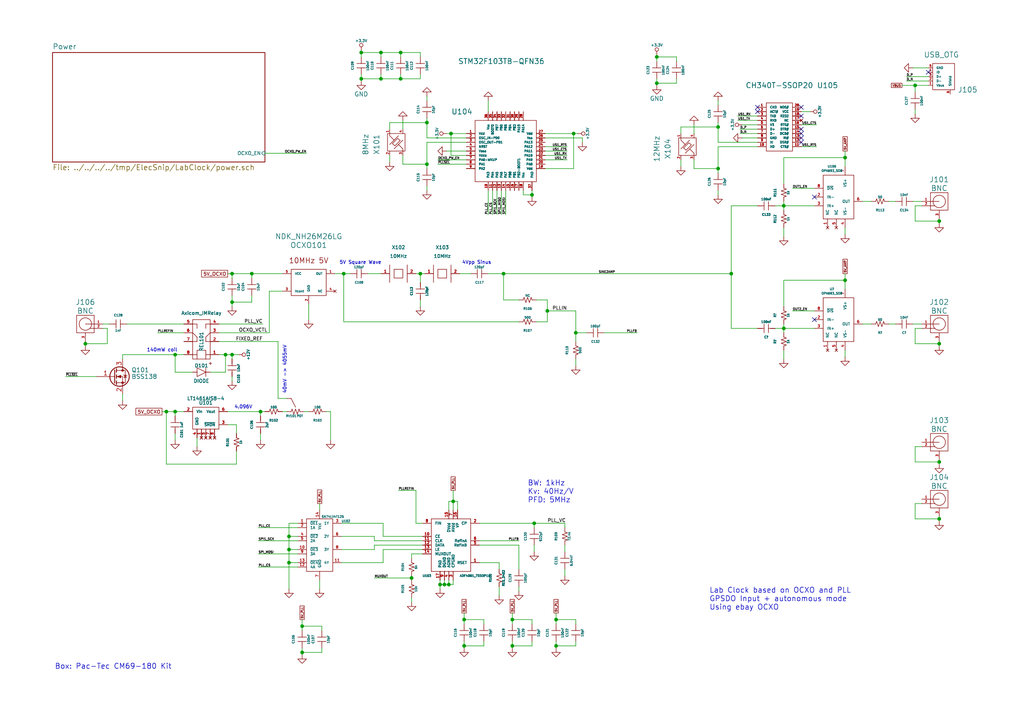
<source format=kicad_sch>
(kicad_sch (version 20230121) (generator eeschema)
  (paper "A4")
  (junction (at 83.82 159.385))
  (junction (at 154.305 56.515))
  (junction (at 161.29 179.705))
  (junction (at 73.025 79.375))
  (junction (at 148.59 187.325))
  (junction (at 50.8 102.87))
  (junction (at 67.31 87.63))
  (junction (at 104.775 15.24))
  (junction (at 272.415 150.495))
  (junction (at 130.175 169.545))
  (junction (at 123.825 47.625))
  (junction (at 24.765 99.695))
  (junction (at 83.82 163.195))
  (junction (at 245.11 81.28))
  (junction (at 50.8 119.38))
  (junction (at 116.205 15.24))
  (junction (at 190.5 16.51))
  (junction (at 48.26 119.38))
  (junction (at 161.29 187.325))
  (junction (at 119.38 167.64))
  (junction (at 166.37 38.735))
  (junction (at 167.005 96.52))
  (junction (at 158.75 90.17))
  (junction (at 110.49 15.24))
  (junction (at 272.415 64.135))
  (junction (at 134.62 179.705))
  (junction (at 116.205 22.86))
  (junction (at 134.62 187.325))
  (junction (at 65.405 102.87))
  (junction (at 99.695 79.375))
  (junction (at 272.415 99.695))
  (junction (at 123.825 35.56))
  (junction (at 265.43 24.765))
  (junction (at 110.49 22.86))
  (junction (at 245.11 45.72))
  (junction (at 190.5 24.13))
  (junction (at 104.775 22.86))
  (junction (at 154.94 151.765))
  (junction (at 83.82 155.575))
  (junction (at 67.31 102.87))
  (junction (at 208.28 48.895))
  (junction (at 131.445 145.415))
  (junction (at 212.09 79.375))
  (junction (at 272.415 133.985))
  (junction (at 127.635 169.545))
  (junction (at 227.33 59.69))
  (junction (at 67.31 79.375))
  (junction (at 121.92 79.375))
  (junction (at 87.63 189.23))
  (junction (at 148.59 179.705))
  (junction (at 208.28 36.83))
  (junction (at 227.33 95.25))
  (junction (at 146.05 79.375))
  (junction (at 87.63 181.61))
  (junction (at 130.81 38.735))
  (junction (at 75.565 119.38))
  (junction (at 128.905 169.545))
  (no_connect (at 232.41 38.735))
  (no_connect (at 232.41 33.655))
  (no_connect (at 269.24 20.955))
  (no_connect (at 236.22 57.15))
  (no_connect (at 232.41 37.465))
  (no_connect (at 219.71 31.115))
  (no_connect (at 232.41 40.005))
  (no_connect (at 232.41 31.115))
  (no_connect (at 219.71 32.385))
  (no_connect (at 232.41 41.275))
  (no_connect (at 236.22 92.71))
  (wire (pts (xy 208.28 35.56) (xy 208.28 36.83)))
  (wire (pts (xy 78.105 84.455) (xy 78.105 96.52)))
  (wire (pts (xy 104.775 21.59) (xy 104.775 22.86)))
  (wire (pts (xy 116.84 47.625) (xy 116.84 45.085)))
  (wire (pts (xy 272.415 63.5) (xy 272.415 64.135)))
  (wire (pts (xy 50.8 119.38) (xy 53.34 119.38)))
  (wire (pts (xy 265.43 150.495) (xy 272.415 150.495)))
  (wire (pts (xy 113.03 37.465) (xy 113.03 35.56)))
  (wire (pts (xy 150.495 158.115) (xy 150.495 165.1)))
  (wire (pts (xy 141.605 79.375) (xy 146.05 79.375)))
  (wire (pts (xy 158.115 48.895) (xy 166.37 48.895)))
  (wire (pts (xy 161.29 179.705) (xy 161.29 180.975)))
  (wire (pts (xy 158.115 40.005) (xy 168.91 40.005)))
  (wire (pts (xy 50.8 102.87) (xy 35.56 102.87)))
  (wire (pts (xy 111.125 159.385) (xy 122.555 159.385)))
  (wire (pts (xy 111.125 163.195) (xy 111.125 159.385)))
  (wire (pts (xy 269.24 22.225) (xy 262.89 22.225)))
  (wire (pts (xy 144.78 170.18) (xy 144.78 172.72)))
  (wire (pts (xy 227.33 81.28) (xy 245.11 81.28)))
  (wire (pts (xy 135.255 43.815) (xy 129.54 43.815)))
  (wire (pts (xy 151.765 55.245) (xy 151.765 56.515)))
  (wire (pts (xy 92.71 146.05) (xy 92.71 147.955)))
  (wire (pts (xy 123.825 47.625) (xy 116.84 47.625)))
  (wire (pts (xy 108.585 155.575) (xy 108.585 156.845)))
  (wire (pts (xy 167.005 104.14) (xy 167.005 106.045)))
  (wire (pts (xy 83.82 163.195) (xy 83.82 170.815)))
  (wire (pts (xy 219.71 34.925) (xy 213.995 34.925)))
  (wire (pts (xy 272.415 149.86) (xy 272.415 150.495)))
  (wire (pts (xy 145.415 55.245) (xy 145.415 62.23)))
  (wire (pts (xy 245.11 101.6) (xy 245.11 103.505)))
  (wire (pts (xy 146.05 79.375) (xy 146.05 86.995)))
  (wire (pts (xy 212.09 59.69) (xy 212.09 79.375)))
  (wire (pts (xy 140.335 180.975) (xy 140.335 179.705)))
  (wire (pts (xy 146.05 79.375) (xy 212.09 79.375)))
  (wire (pts (xy 111.125 155.575) (xy 122.555 155.575)))
  (wire (pts (xy 142.875 55.245) (xy 142.875 62.23)))
  (wire (pts (xy 99.06 159.385) (xy 108.585 159.385)))
  (wire (pts (xy 123.825 27.94) (xy 123.825 29.21)))
  (wire (pts (xy 83.185 115.57) (xy 80.645 115.57)))
  (wire (pts (xy 123.825 34.29) (xy 123.825 35.56)))
  (wire (pts (xy 75.565 125.73) (xy 75.565 127.635)))
  (wire (pts (xy 119.38 173.355) (xy 119.38 174.625)))
  (wire (pts (xy 154.305 55.245) (xy 154.305 56.515)))
  (wire (pts (xy 55.88 107.95) (xy 50.8 107.95)))
  (wire (pts (xy 53.34 102.87) (xy 50.8 102.87)))
  (wire (pts (xy 265.43 33.02) (xy 265.43 31.75)))
  (wire (pts (xy 269.24 23.495) (xy 262.89 23.495)))
  (wire (pts (xy 108.585 158.115) (xy 122.555 158.115)))
  (wire (pts (xy 219.71 37.465) (xy 214.63 37.465)))
  (wire (pts (xy 130.81 45.085) (xy 130.81 38.735)))
  (wire (pts (xy 50.8 120.65) (xy 50.8 119.38)))
  (wire (pts (xy 123.825 35.56) (xy 123.825 40.005)))
  (wire (pts (xy 167.005 90.17) (xy 167.005 96.52)))
  (wire (pts (xy 104.775 15.24) (xy 110.49 15.24)))
  (wire (pts (xy 208.28 55.245) (xy 208.28 56.515)))
  (wire (pts (xy 99.06 163.195) (xy 111.125 163.195)))
  (wire (pts (xy 86.36 151.765) (xy 83.82 151.765)))
  (wire (pts (xy 121.92 21.59) (xy 121.92 22.86)))
  (wire (pts (xy 99.06 151.765) (xy 111.125 151.765)))
  (wire (pts (xy 245.11 81.28) (xy 245.11 83.82)))
  (wire (pts (xy 108.585 156.845) (xy 122.555 156.845)))
  (wire (pts (xy 201.295 38.735) (xy 201.295 36.195)))
  (wire (pts (xy 166.37 48.895) (xy 166.37 38.735)))
  (wire (pts (xy 69.215 102.87) (xy 67.31 102.87)))
  (wire (pts (xy 121.92 86.995) (xy 121.92 88.9)))
  (wire (pts (xy 106.68 79.375) (xy 110.49 79.375)))
  (wire (pts (xy 131.445 145.415) (xy 132.715 145.415)))
  (wire (pts (xy 236.22 90.17) (xy 229.87 90.17)))
  (wire (pts (xy 75.565 119.38) (xy 76.835 119.38)))
  (wire (pts (xy 116.84 37.465) (xy 116.84 34.925)))
  (wire (pts (xy 29.845 95.25) (xy 31.115 95.25)))
  (wire (pts (xy 86.36 159.385) (xy 83.82 159.385)))
  (wire (pts (xy 161.29 177.8) (xy 161.29 179.705)))
  (wire (pts (xy 146.05 86.995) (xy 150.495 86.995)))
  (wire (pts (xy 163.83 151.765) (xy 163.83 153.035)))
  (wire (pts (xy 136.525 79.375) (xy 133.35 79.375)))
  (wire (pts (xy 167.005 96.52) (xy 167.005 99.06)))
  (wire (pts (xy 227.33 59.69) (xy 236.22 59.69)))
  (wire (pts (xy 78.105 96.52) (xy 63.5 96.52)))
  (wire (pts (xy 122.555 151.765) (xy 120.65 151.765)))
  (wire (pts (xy 267.335 146.05) (xy 265.43 146.05)))
  (wire (pts (xy 227.33 58.42) (xy 227.33 59.69)))
  (wire (pts (xy 86.36 156.845) (xy 74.93 156.845)))
  (wire (pts (xy 141.605 55.245) (xy 141.605 62.23)))
  (wire (pts (xy 167.64 38.735) (xy 166.37 38.735)))
  (wire (pts (xy 234.95 32.385) (xy 232.41 32.385)))
  (wire (pts (xy 130.175 169.545) (xy 131.445 169.545)))
  (wire (pts (xy 65.405 102.87) (xy 63.5 102.87)))
  (wire (pts (xy 134.62 177.8) (xy 134.62 179.705)))
  (wire (pts (xy 120.65 79.375) (xy 121.92 79.375)))
  (wire (pts (xy 123.825 41.275) (xy 123.825 47.625)))
  (wire (pts (xy 227.33 88.9) (xy 227.33 81.28)))
  (wire (pts (xy 86.36 164.465) (xy 74.93 164.465)))
  (wire (pts (xy 87.63 181.61) (xy 87.63 182.88)))
  (wire (pts (xy 245.11 79.375) (xy 245.11 81.28)))
  (wire (pts (xy 87.63 179.705) (xy 87.63 181.61)))
  (wire (pts (xy 127.635 170.815) (xy 127.635 169.545)))
  (wire (pts (xy 227.33 45.72) (xy 245.11 45.72)))
  (wire (pts (xy 67.31 104.14) (xy 67.31 102.87)))
  (wire (pts (xy 36.83 93.98) (xy 53.34 93.98)))
  (wire (pts (xy 154.94 158.115) (xy 154.94 160.02)))
  (wire (pts (xy 190.5 22.86) (xy 190.5 24.13)))
  (wire (pts (xy 236.22 54.61) (xy 229.87 54.61)))
  (wire (pts (xy 140.335 186.055) (xy 140.335 187.325)))
  (wire (pts (xy 110.49 15.24) (xy 116.205 15.24)))
  (wire (pts (xy 190.5 16.51) (xy 190.5 17.78)))
  (wire (pts (xy 31.115 99.695) (xy 24.765 99.695)))
  (wire (pts (xy 201.295 48.895) (xy 201.295 46.355)))
  (wire (pts (xy 158.75 90.17) (xy 167.005 90.17)))
  (wire (pts (xy 144.78 163.195) (xy 144.78 165.1)))
  (wire (pts (xy 67.31 102.87) (xy 65.405 102.87)))
  (wire (pts (xy 140.335 187.325) (xy 134.62 187.325)))
  (wire (pts (xy 130.81 38.735) (xy 129.54 38.735)))
  (wire (pts (xy 196.215 22.86) (xy 196.215 24.13)))
  (wire (pts (xy 197.485 36.83) (xy 208.28 36.83)))
  (wire (pts (xy 86.36 153.035) (xy 74.93 153.035)))
  (wire (pts (xy 139.065 151.765) (xy 154.94 151.765)))
  (wire (pts (xy 261.62 24.765) (xy 265.43 24.765)))
  (wire (pts (xy 130.175 168.275) (xy 130.175 169.545)))
  (wire (pts (xy 170.18 96.52) (xy 167.005 96.52)))
  (wire (pts (xy 104.775 15.24) (xy 104.775 16.51)))
  (wire (pts (xy 245.11 45.72) (xy 245.11 48.26)))
  (wire (pts (xy 154.305 187.325) (xy 148.59 187.325)))
  (wire (pts (xy 65.405 107.95) (xy 65.405 102.87)))
  (wire (pts (xy 135.255 47.625) (xy 127 47.625)))
  (wire (pts (xy 120.65 151.765) (xy 120.65 142.24)))
  (wire (pts (xy 155.575 86.995) (xy 158.75 86.995)))
  (wire (pts (xy 227.33 53.34) (xy 227.33 45.72)))
  (wire (pts (xy 272.415 133.35) (xy 272.415 133.985)))
  (wire (pts (xy 24.765 99.695) (xy 24.765 100.33)))
  (wire (pts (xy 257.81 58.42) (xy 259.715 58.42)))
  (wire (pts (xy 130.175 147.955) (xy 130.175 145.415)))
  (wire (pts (xy 139.065 163.195) (xy 144.78 163.195)))
  (wire (pts (xy 63.5 93.98) (xy 76.2 93.98)))
  (wire (pts (xy 113.03 35.56) (xy 123.825 35.56)))
  (wire (pts (xy 208.28 36.83) (xy 208.28 41.275)))
  (wire (pts (xy 104.775 14.605) (xy 104.775 15.24)))
  (wire (pts (xy 66.04 119.38) (xy 75.565 119.38)))
  (wire (pts (xy 121.92 81.915) (xy 121.92 79.375)))
  (wire (pts (xy 154.94 151.765) (xy 163.83 151.765)))
  (wire (pts (xy 219.71 42.545) (xy 208.28 42.545)))
  (wire (pts (xy 219.71 38.735) (xy 214.63 38.735)))
  (wire (pts (xy 158.75 93.345) (xy 155.575 93.345)))
  (wire (pts (xy 227.33 95.25) (xy 236.22 95.25)))
  (wire (pts (xy 134.62 179.705) (xy 134.62 180.975)))
  (wire (pts (xy 48.26 119.38) (xy 50.8 119.38)))
  (wire (pts (xy 24.765 99.06) (xy 24.765 99.695)))
  (wire (pts (xy 140.335 179.705) (xy 134.62 179.705)))
  (wire (pts (xy 166.37 38.735) (xy 158.115 38.735)))
  (wire (pts (xy 227.33 93.98) (xy 227.33 95.25)))
  (wire (pts (xy 245.11 66.04) (xy 245.11 67.945)))
  (wire (pts (xy 267.335 59.69) (xy 265.43 59.69)))
  (wire (pts (xy 196.215 16.51) (xy 190.5 16.51)))
  (wire (pts (xy 265.43 95.25) (xy 265.43 99.695)))
  (wire (pts (xy 99.695 79.375) (xy 99.695 93.345)))
  (wire (pts (xy 93.345 182.88) (xy 93.345 181.61)))
  (wire (pts (xy 94.615 119.38) (xy 95.885 119.38)))
  (wire (pts (xy 245.11 43.815) (xy 245.11 45.72)))
  (wire (pts (xy 68.58 134.62) (xy 68.58 130.81)))
  (wire (pts (xy 154.305 180.975) (xy 154.305 179.705)))
  (wire (pts (xy 87.63 187.96) (xy 87.63 189.23)))
  (wire (pts (xy 208.28 41.275) (xy 219.71 41.275)))
  (wire (pts (xy 208.28 48.895) (xy 208.28 50.165)))
  (wire (pts (xy 158.75 90.17) (xy 158.75 93.345)))
  (wire (pts (xy 154.305 56.515) (xy 154.305 57.15)))
  (wire (pts (xy 67.31 87.63) (xy 73.025 87.63)))
  (wire (pts (xy 127.635 169.545) (xy 128.905 169.545)))
  (wire (pts (xy 111.125 151.765) (xy 111.125 155.575)))
  (wire (pts (xy 87.63 189.23) (xy 87.63 189.865)))
  (wire (pts (xy 86.36 160.655) (xy 74.93 160.655)))
  (wire (pts (xy 154.94 151.765) (xy 154.94 153.035)))
  (wire (pts (xy 66.04 79.375) (xy 67.31 79.375)))
  (wire (pts (xy 73.025 80.645) (xy 73.025 79.375)))
  (wire (pts (xy 116.205 21.59) (xy 116.205 22.86)))
  (wire (pts (xy 83.82 151.765) (xy 83.82 155.575)))
  (wire (pts (xy 196.215 17.78) (xy 196.215 16.51)))
  (wire (pts (xy 232.41 36.195) (xy 236.855 36.195)))
  (wire (pts (xy 219.71 33.655) (xy 213.995 33.655)))
  (wire (pts (xy 150.495 171.45) (xy 150.495 170.18)))
  (wire (pts (xy 265.43 99.695) (xy 272.415 99.695)))
  (wire (pts (xy 88.265 119.38) (xy 89.535 119.38)))
  (wire (pts (xy 99.695 93.345) (xy 150.495 93.345)))
  (wire (pts (xy 135.255 46.355) (xy 127 46.355)))
  (wire (pts (xy 67.31 80.645) (xy 67.31 79.375)))
  (wire (pts (xy 50.8 125.73) (xy 50.8 127.635)))
  (wire (pts (xy 67.31 87.63) (xy 67.31 88.9)))
  (wire (pts (xy 93.345 181.61) (xy 87.63 181.61)))
  (wire (pts (xy 265.43 64.135) (xy 272.415 64.135)))
  (wire (pts (xy 175.26 96.52) (xy 184.785 96.52)))
  (wire (pts (xy 135.255 41.275) (xy 123.825 41.275)))
  (wire (pts (xy 108.585 159.385) (xy 108.585 158.115)))
  (wire (pts (xy 232.41 42.545) (xy 236.855 42.545)))
  (wire (pts (xy 212.09 79.375) (xy 212.09 95.25)))
  (wire (pts (xy 104.775 22.86) (xy 104.775 23.495)))
  (wire (pts (xy 167.005 186.055) (xy 167.005 187.325)))
  (wire (pts (xy 35.56 114.3) (xy 35.56 116.205)))
  (wire (pts (xy 146.685 55.245) (xy 146.685 62.23)))
  (wire (pts (xy 163.83 158.115) (xy 163.83 160.02)))
  (wire (pts (xy 116.205 22.86) (xy 110.49 22.86)))
  (wire (pts (xy 123.825 40.005) (xy 135.255 40.005)))
  (wire (pts (xy 120.65 142.24) (xy 115.57 142.24)))
  (wire (pts (xy 167.005 179.705) (xy 161.29 179.705)))
  (wire (pts (xy 131.445 145.415) (xy 131.445 147.955)))
  (wire (pts (xy 267.335 129.54) (xy 265.43 129.54)))
  (wire (pts (xy 68.58 123.19) (xy 68.58 125.73)))
  (wire (pts (xy 154.305 186.055) (xy 154.305 187.325)))
  (wire (pts (xy 141.605 29.21) (xy 141.605 32.385)))
  (wire (pts (xy 92.71 168.275) (xy 92.71 170.815)))
  (wire (pts (xy 267.335 95.25) (xy 265.43 95.25)))
  (wire (pts (xy 110.49 21.59) (xy 110.49 22.86)))
  (wire (pts (xy 95.885 119.38) (xy 95.885 127.635)))
  (wire (pts (xy 154.305 179.705) (xy 148.59 179.705)))
  (wire (pts (xy 148.59 186.055) (xy 148.59 187.325)))
  (wire (pts (xy 132.715 145.415) (xy 132.715 147.955)))
  (wire (pts (xy 264.795 58.42) (xy 267.335 58.42)))
  (wire (pts (xy 167.005 187.325) (xy 161.29 187.325)))
  (wire (pts (xy 272.415 133.985) (xy 272.415 134.62)))
  (wire (pts (xy 224.79 59.69) (xy 227.33 59.69)))
  (wire (pts (xy 161.29 187.325) (xy 161.29 187.96)))
  (wire (pts (xy 93.345 187.96) (xy 93.345 189.23)))
  (wire (pts (xy 148.59 187.325) (xy 148.59 187.96)))
  (wire (pts (xy 116.205 16.51) (xy 116.205 15.24)))
  (wire (pts (xy 208.28 48.895) (xy 201.295 48.895)))
  (wire (pts (xy 208.28 29.21) (xy 208.28 30.48)))
  (wire (pts (xy 110.49 16.51) (xy 110.49 15.24)))
  (wire (pts (xy 67.31 79.375) (xy 73.025 79.375)))
  (wire (pts (xy 80.645 115.57) (xy 80.645 99.06)))
  (wire (pts (xy 208.28 42.545) (xy 208.28 48.895)))
  (wire (pts (xy 75.565 119.38) (xy 75.565 120.65)))
  (wire (pts (xy 227.33 101.6) (xy 227.33 104.14)))
  (wire (pts (xy 267.335 93.98) (xy 264.795 93.98)))
  (wire (pts (xy 53.34 96.52) (xy 45.72 96.52)))
  (wire (pts (xy 190.5 15.875) (xy 190.5 16.51)))
  (wire (pts (xy 148.59 179.705) (xy 148.59 180.975)))
  (wire (pts (xy 86.36 155.575) (xy 83.82 155.575)))
  (wire (pts (xy 148.59 177.8) (xy 148.59 179.705)))
  (wire (pts (xy 27.94 109.22) (xy 19.05 109.22)))
  (wire (pts (xy 121.92 79.375) (xy 123.19 79.375)))
  (wire (pts (xy 46.99 119.38) (xy 48.26 119.38)))
  (wire (pts (xy 135.255 45.085) (xy 130.81 45.085)))
  (wire (pts (xy 227.33 95.25) (xy 227.33 96.52)))
  (wire (pts (xy 219.71 36.195) (xy 215.265 36.195)))
  (wire (pts (xy 128.905 168.275) (xy 128.905 169.545)))
  (wire (pts (xy 212.09 95.25) (xy 219.71 95.25)))
  (wire (pts (xy 121.92 22.86) (xy 116.205 22.86)))
  (wire (pts (xy 128.905 169.545) (xy 130.175 169.545)))
  (wire (pts (xy 83.82 155.575) (xy 83.82 159.385)))
  (wire (pts (xy 93.345 189.23) (xy 87.63 189.23)))
  (wire (pts (xy 99.695 79.375) (xy 97.155 79.375)))
  (wire (pts (xy 272.415 99.06) (xy 272.415 99.695)))
  (wire (pts (xy 139.065 158.115) (xy 150.495 158.115)))
  (wire (pts (xy 227.33 66.04) (xy 227.33 68.58)))
  (wire (pts (xy 196.215 24.13) (xy 190.5 24.13)))
  (wire (pts (xy 127.635 169.545) (xy 127.635 168.275)))
  (wire (pts (xy 272.415 99.695) (xy 272.415 100.33)))
  (wire (pts (xy 81.915 84.455) (xy 78.105 84.455)))
  (wire (pts (xy 250.19 58.42) (xy 252.73 58.42)))
  (wire (pts (xy 50.8 107.95) (xy 50.8 102.87)))
  (wire (pts (xy 116.205 15.24) (xy 121.92 15.24)))
  (wire (pts (xy 272.415 64.135) (xy 272.415 64.77)))
  (wire (pts (xy 151.765 56.515) (xy 154.305 56.515)))
  (wire (pts (xy 76.835 44.45) (xy 88.9 44.45)))
  (wire (pts (xy 130.175 145.415) (xy 131.445 145.415)))
  (wire (pts (xy 89.535 88.265) (xy 89.535 92.71)))
  (wire (pts (xy 158.115 42.545) (xy 164.465 42.545)))
  (wire (pts (xy 119.38 167.64) (xy 119.38 167.005)))
  (wire (pts (xy 250.19 93.98) (xy 252.73 93.98)))
  (wire (pts (xy 197.485 46.355) (xy 197.485 48.26)))
  (wire (pts (xy 265.43 146.05) (xy 265.43 150.495)))
  (wire (pts (xy 158.115 45.085) (xy 164.465 45.085)))
  (wire (pts (xy 119.38 168.275) (xy 119.38 167.64)))
  (wire (pts (xy 110.49 22.86) (xy 104.775 22.86)))
  (wire (pts (xy 119.38 167.64) (xy 108.585 167.64)))
  (wire (pts (xy 139.065 156.845) (xy 150.495 156.845)))
  (wire (pts (xy 265.43 26.67) (xy 265.43 24.765)))
  (wire (pts (xy 29.845 93.98) (xy 31.75 93.98)))
  (wire (pts (xy 163.83 165.1) (xy 163.83 167.005)))
  (wire (pts (xy 144.145 55.245) (xy 144.145 62.23)))
  (wire (pts (xy 158.115 43.815) (xy 164.465 43.815)))
  (wire (pts (xy 73.025 79.375) (xy 81.915 79.375)))
  (wire (pts (xy 121.92 15.24) (xy 121.92 16.51)))
  (wire (pts (xy 219.71 40.005) (xy 215.265 40.005)))
  (wire (pts (xy 265.43 133.985) (xy 272.415 133.985)))
  (wire (pts (xy 168.91 40.005) (xy 168.91 41.275)))
  (wire (pts (xy 131.445 169.545) (xy 131.445 168.275)))
  (wire (pts (xy 272.415 150.495) (xy 272.415 151.13)))
  (wire (pts (xy 265.43 24.765) (xy 269.24 24.765)))
  (wire (pts (xy 134.62 187.325) (xy 134.62 187.96)))
  (wire (pts (xy 224.79 95.25) (xy 227.33 95.25)))
  (wire (pts (xy 265.43 129.54) (xy 265.43 133.985)))
  (wire (pts (xy 81.915 119.38) (xy 83.185 119.38)))
  (wire (pts (xy 83.82 159.385) (xy 83.82 163.195)))
  (wire (pts (xy 190.5 24.13) (xy 190.5 24.765)))
  (wire (pts (xy 86.36 163.195) (xy 83.82 163.195)))
  (wire (pts (xy 257.81 93.98) (xy 259.715 93.98)))
  (wire (pts (xy 264.795 19.685) (xy 269.24 19.685)))
  (wire (pts (xy 123.825 53.975) (xy 123.825 55.245)))
  (wire (pts (xy 167.005 180.975) (xy 167.005 179.705)))
  (wire (pts (xy 66.04 123.19) (xy 68.58 123.19)))
  (wire (pts (xy 31.115 95.25) (xy 31.115 99.695)))
  (wire (pts (xy 63.5 99.06) (xy 80.645 99.06)))
  (wire (pts (xy 113.03 45.085) (xy 113.03 46.99)))
  (wire (pts (xy 135.255 38.735) (xy 130.81 38.735)))
  (wire (pts (xy 99.06 155.575) (xy 108.585 155.575)))
  (wire (pts (xy 122.555 160.655) (xy 119.38 160.655)))
  (wire (pts (xy 131.445 142.24) (xy 131.445 145.415)))
  (wire (pts (xy 35.56 102.87) (xy 35.56 104.14)))
  (wire (pts (xy 48.26 134.62) (xy 68.58 134.62)))
  (wire (pts (xy 123.825 47.625) (xy 123.825 48.895)))
  (wire (pts (xy 67.31 85.725) (xy 67.31 87.63)))
  (wire (pts (xy 119.38 160.655) (xy 119.38 161.925)))
  (wire (pts (xy 73.025 87.63) (xy 73.025 85.725)))
  (wire (pts (xy 48.26 119.38) (xy 48.26 134.62)))
  (wire (pts (xy 265.43 59.69) (xy 265.43 64.135)))
  (wire (pts (xy 158.115 46.355) (xy 164.465 46.355)))
  (wire (pts (xy 101.6 79.375) (xy 99.695 79.375)))
  (wire (pts (xy 197.485 38.735) (xy 197.485 36.83)))
  (wire (pts (xy 212.09 59.69) (xy 219.71 59.69)))
  (wire (pts (xy 227.33 59.69) (xy 227.33 60.96)))
  (wire (pts (xy 161.29 186.055) (xy 161.29 187.325)))
  (wire (pts (xy 57.15 127) (xy 57.15 129.54)))
  (wire (pts (xy 134.62 186.055) (xy 134.62 187.325)))
  (wire (pts (xy 60.96 107.95) (xy 65.405 107.95)))
  (wire (pts (xy 67.31 109.22) (xy 67.31 110.49)))
  (wire (pts (xy 158.75 86.995) (xy 158.75 90.17)))
  (text "4Vpp Sinus" (at 133.985 76.835 0) (effects (font (size 0.9906 0.9906)) (justify left bottom)))
  (text "140mW coil" (at 42.545 102.235 0) (effects (font (size 0.9906 0.9906)) (justify left bottom)))
  (text "40mV -> 4055mV" (at 83.185 114.3 90) (effects (font (size 0.9906 0.9906)) (justify left bottom)))
  (text "Lab Clock based on OCXO and PLL\nGPSDO Input + autonomous mode\nUsing ebay OCXO" (at 205.74 177.165 0) (effects (font (size 1.524 1.524)) (justify left bottom)))
  (text "Box: Pac-Tec CM69-180 Kit" (at 15.875 194.31 0) (effects (font (size 1.524 1.524)) (justify left bottom)))
  (text "5V Square Wave" (at 98.425 76.835 0) (effects (font (size 0.9906 0.9906)) (justify left bottom)))
  (text "4.096V" (at 67.945 118.745 0) (effects (font (size 0.9906 0.9906)) (justify left bottom)))
  (text "BW: 1kHz\nKv: 40Hz/V\nPFD: 5MHz" (at 153.035 146.05 0) (effects (font (size 1.524 1.524)) (justify left bottom)))
  (label "SPI1_SCK" (at 74.93 156.845 0) (effects (font (size 0.635 0.635))))
  (label "PLL_VC" (at 158.75 151.765 0) (effects (font (size 0.9906 0.9906))))
  (label "OUT1_EN" (at 229.87 54.61 0) (effects (font (size 0.635 0.635))))
  (label "D_N" (at 262.89 23.495 0) (effects (font (size 0.635 0.635))))
  (label "PLL_CE" (at 141.605 62.23 90) (effects (font (size 0.635 0.635))))
  (label "SPI1_MOSI" (at 146.685 62.23 90) (effects (font (size 0.635 0.635))))
  (label "SPI_MOSI" (at 74.93 160.655 0) (effects (font (size 0.635 0.635))))
  (label "OCXO_PW_EN" (at 88.9 44.45 180) (effects (font (size 0.635 0.635))))
  (label "OUT2_EN" (at 229.87 90.17 0) (effects (font (size 0.635 0.635))))
  (label "PLL_CS" (at 74.93 164.465 0) (effects (font (size 0.635 0.635))))
  (label "PLLFB" (at 184.785 96.52 180) (effects (font (size 0.635 0.635))))
  (label "US1_RTS" (at 164.465 42.545 180) (effects (font (size 0.635 0.635))))
  (label "SINE2AMP" (at 178.435 79.375 180) (effects (font (size 0.635 0.635))))
  (label "US1_CTS" (at 236.855 36.195 180) (effects (font (size 0.635 0.635))))
  (label "D_P" (at 262.89 22.225 0) (effects (font (size 0.635 0.635))))
  (label "PLLREFIN" (at 115.57 142.24 0) (effects (font (size 0.635 0.635))))
  (label "US1_CTS" (at 164.465 43.815 180) (effects (font (size 0.635 0.635))))
  (label "PLLREFIN" (at 45.72 96.52 0) (effects (font (size 0.635 0.635))))
  (label "PLLIN" (at 164.465 90.17 180) (effects (font (size 0.9906 0.9906))))
  (label "US1_RX" (at 164.465 45.085 180) (effects (font (size 0.635 0.635))))
  (label "SPI1_SCK" (at 144.145 62.23 90) (effects (font (size 0.635 0.635))))
  (label "~{PLLSEL}" (at 19.05 109.22 0) (effects (font (size 0.635 0.635))))
  (label "US1_RTS" (at 236.855 42.545 180) (effects (font (size 0.635 0.635))))
  (label "US1_TX" (at 164.465 46.355 180) (effects (font (size 0.635 0.635))))
  (label "FIXED_REF" (at 76.2 99.06 180) (effects (font (size 0.9906 0.9906))))
  (label "D_P" (at 214.63 37.465 0) (effects (font (size 0.635 0.635))))
  (label "~{PLLSEL}" (at 127 47.625 0) (effects (font (size 0.635 0.635))))
  (label "PLL_CS" (at 142.875 62.23 90) (effects (font (size 0.635 0.635))))
  (label "D_N" (at 214.63 38.735 0) (effects (font (size 0.635 0.635))))
  (label "OCXO_PW_EN" (at 127 46.355 0) (effects (font (size 0.635 0.635))))
  (label "SPI1_MISO" (at 145.415 62.23 90) (effects (font (size 0.635 0.635))))
  (label "US1_TX" (at 213.995 34.925 0) (effects (font (size 0.635 0.635))))
  (label "MUXOUT" (at 108.585 167.64 0) (effects (font (size 0.635 0.635))))
  (label "PLL_VC" (at 76.2 93.98 180) (effects (font (size 0.9906 0.9906))))
  (label "PLLFB" (at 150.495 156.845 180) (effects (font (size 0.635 0.635))))
  (label "US1_RX" (at 213.995 33.655 0) (effects (font (size 0.635 0.635))))
  (label "OCXO_VCTL" (at 69.215 96.52 0) (effects (font (size 0.9906 0.9906))))
  (label "PLL_CE" (at 74.93 153.035 0) (effects (font (size 0.635 0.635))))
  (global_label "5V_OCXO" (shape passive) (at 46.99 119.38 180) (effects (font (size 0.9906 0.9906))) (property "Intersheetrefs" "${INTERSHEET_REFS}" (effects hide)))
  (global_label "VBUS" (shape passive) (at 261.62 24.765 180) (effects (font (size 0.635 0.635))) (property "Intersheetrefs" "${INTERSHEET_REFS}" (effects hide)))
  (global_label "5V_PLL" (shape passive) (at 161.29 177.8 90) (effects (font (size 0.635 0.635))) (property "Intersheetrefs" "${INTERSHEET_REFS}" (effects hide)))
  (global_label "5V_PLL" (shape passive) (at 131.445 142.24 90) (effects (font (size 0.635 0.635))) (property "Intersheetrefs" "${INTERSHEET_REFS}" (effects hide)))
  (global_label "5V_AMP" (shape passive) (at 245.11 79.375 90) (effects (font (size 0.635 0.635))) (property "Intersheetrefs" "${INTERSHEET_REFS}" (effects hide)))
  (global_label "5V_AMP" (shape passive) (at 245.11 43.815 90) (effects (font (size 0.635 0.635))) (property "Intersheetrefs" "${INTERSHEET_REFS}" (effects hide)))
  (global_label "5V_PLL" (shape passive) (at 87.63 179.705 90) (effects (font (size 0.635 0.635))) (property "Intersheetrefs" "${INTERSHEET_REFS}" (effects hide)))
  (global_label "5V_PLL" (shape passive) (at 134.62 177.8 90) (effects (font (size 0.635 0.635))) (property "Intersheetrefs" "${INTERSHEET_REFS}" (effects hide)))
  (global_label "5V_PLL" (shape passive) (at 148.59 177.8 90) (effects (font (size 0.635 0.635))) (property "Intersheetrefs" "${INTERSHEET_REFS}" (effects hide)))
  (global_label "5V_OCXO" (shape passive) (at 66.04 79.375 180) (effects (font (size 0.9906 0.9906))) (property "Intersheetrefs" "${INTERSHEET_REFS}" (effects hide)))
  (global_label "5V_PLL" (shape passive) (at 92.71 146.05 90) (effects (font (size 0.635 0.635))) (property "Intersheetrefs" "${INTERSHEET_REFS}" (effects hide)))
  (symbol (lib_id "labclock-rescue:GND") (at 89.535 92.71 0) (unit 1)
    (property "Reference" "#PWR01" (effects hide))
    (property "Value" "GND" (effects hide))
  )
  (symbol (lib_id "labclock-rescue:NDK_NH26M26LG") (at 89.535 84.455 0) (unit 1)
    (property "Reference" "OCXO101" (at 89.535 71.12 0) (effects (font (size 1.524 1.524))))
    (property "Value" "NDK_NH26M26LG" (at 89.535 68.58 0) (effects (font (size 1.524 1.524))))
    (property "Footprint" "Oscillators:NDK_NH26M26LG" (effects hide))
  )
  (symbol (lib_id "labclock-rescue:BNC") (at 272.415 58.42 0) (unit 1)
    (property "Reference" "J101" (at 272.415 52.07 0) (effects (font (size 1.524 1.524))))
    (property "Value" "BNC" (at 272.415 54.61 0) (effects (font (size 1.524 1.524))))
    (property "Footprint" "Connectors_RF:BNC_RHT-610-0048" (effects hide))
  )
  (symbol (lib_id "labclock-rescue:BNC") (at 272.415 93.98 0) (unit 1)
    (property "Reference" "J102" (at 272.415 87.63 0) (effects (font (size 1.524 1.524))))
    (property "Value" "BNC" (at 272.415 90.17 0) (effects (font (size 1.524 1.524))))
    (property "Footprint" "Connectors_RF:BNC_RHT-610-0048" (effects hide))
  )
  (symbol (lib_id "labclock-rescue:BNC") (at 272.415 128.27 0) (unit 1)
    (property "Reference" "J103" (at 272.415 121.92 0) (effects (font (size 1.524 1.524))))
    (property "Value" "BNC" (at 272.415 124.46 0) (effects (font (size 1.524 1.524))))
    (property "Footprint" "Connectors_RF:BNC_RHT-610-0048" (effects hide))
  )
  (symbol (lib_id "labclock-rescue:BNC") (at 272.415 144.78 0) (unit 1)
    (property "Reference" "J104" (at 272.415 138.43 0) (effects (font (size 1.524 1.524))))
    (property "Value" "BNC" (at 272.415 140.97 0) (effects (font (size 1.524 1.524))))
    (property "Footprint" "Connectors_RF:BNC_RHT-610-0048" (effects hide))
  )
  (symbol (lib_id "labclock-rescue:GND") (at 272.415 134.62 0) (unit 1)
    (property "Reference" "#PWR02" (effects hide))
    (property "Value" "GND" (effects hide))
  )
  (symbol (lib_id "labclock-rescue:GND") (at 272.415 151.13 0) (unit 1)
    (property "Reference" "#PWR03" (effects hide))
    (property "Value" "GND" (effects hide))
  )
  (symbol (lib_id "labclock-rescue:GND") (at 272.415 100.33 0) (unit 1)
    (property "Reference" "#PWR04" (effects hide))
    (property "Value" "GND" (effects hide))
  )
  (symbol (lib_id "labclock-rescue:GND") (at 272.415 64.77 0) (unit 1)
    (property "Reference" "#PWR05" (effects hide))
    (property "Value" "GND" (effects hide))
  )
  (symbol (lib_id "labclock-rescue:CAP_1206") (at 67.31 83.185 270) (unit 1)
    (property "Reference" "C102" (at 64.77 83.185 0) (effects (font (size 0.635 0.635))))
    (property "Value" "10uF" (at 69.215 83.185 0) (effects (font (size 0.635 0.635))))
    (property "Footprint" "SM1206" (effects hide))
  )
  (symbol (lib_id "labclock-rescue:CAP_1206") (at 73.025 83.185 270) (unit 1)
    (property "Reference" "C104" (at 70.485 83.185 0) (effects (font (size 0.635 0.635))))
    (property "Value" "10uF" (at 74.93 83.185 0) (effects (font (size 0.635 0.635))))
    (property "Footprint" "SM1206" (effects hide))
  )
  (symbol (lib_id "labclock-rescue:GND") (at 67.31 88.9 0) (unit 1)
    (property "Reference" "#PWR06" (effects hide))
    (property "Value" "GND" (effects hide))
  )
  (symbol (lib_id "labclock-rescue:STM32F103TB-QFN36") (at 145.415 43.815 0) (unit 1)
    (property "Reference" "U104" (at 133.985 32.385 0) (effects (font (size 1.524 1.524))))
    (property "Value" "STM32F103TB-QFN36" (at 145.415 17.78 0) (effects (font (size 1.524 1.524))))
    (property "Footprint" "QFN:QFN36_6x6_0.5mm" (effects hide))
  )
  (symbol (lib_id "labclock-rescue:Axicom_IMRelay") (at 58.42 99.06 90) (unit 1)
    (property "Reference" "REL101" (at 58.42 99.06 0) (effects (font (size 0.9906 0.9906))))
    (property "Value" "Axicom_IMRelay" (at 58.42 90.805 90) (effects (font (size 0.9906 0.9906))))
  )
  (symbol (lib_id "labclock-rescue:XTAL_2pins") (at 115.57 79.375 0) (unit 1)
    (property "Reference" "X102" (at 115.57 71.755 0) (effects (font (size 0.9906 0.9906))))
    (property "Value" "10MHz" (at 115.57 74.295 0) (effects (font (size 0.9906 0.9906))))
  )
  (symbol (lib_id "labclock-rescue:CAP_0603") (at 104.14 79.375 0) (unit 1)
    (property "Reference" "C108" (at 104.14 81.915 0) (effects (font (size 0.635 0.635))))
    (property "Value" "120pF" (at 104.14 77.47 0) (effects (font (size 0.635 0.635))))
    (property "Footprint" "SM0603" (effects hide))
  )
  (symbol (lib_id "labclock-rescue:XTAL_2pins") (at 128.27 79.375 0) (unit 1)
    (property "Reference" "X103" (at 128.27 71.755 0) (effects (font (size 0.9906 0.9906))))
    (property "Value" "10MHz" (at 128.27 74.295 0) (effects (font (size 0.9906 0.9906))))
  )
  (symbol (lib_id "labclock-rescue:CAP_0603") (at 139.065 79.375 0) (unit 1)
    (property "Reference" "C117" (at 139.065 81.915 0) (effects (font (size 0.635 0.635))))
    (property "Value" "120pF" (at 139.065 77.47 0) (effects (font (size 0.635 0.635))))
    (property "Footprint" "SM0603" (effects hide))
  )
  (symbol (lib_id "labclock-rescue:CAP_0603") (at 121.92 84.455 270) (unit 1)
    (property "Reference" "C113" (at 119.38 84.455 0) (effects (font (size 0.635 0.635))))
    (property "Value" "120pF" (at 123.825 84.455 0) (effects (font (size 0.635 0.635))))
    (property "Footprint" "SM0603" (effects hide))
  )
  (symbol (lib_id "labclock-rescue:GND") (at 121.92 88.9 0) (unit 1)
    (property "Reference" "#PWR07" (effects hide))
    (property "Value" "GND" (effects hide))
  )
  (symbol (lib_id "labclock-rescue:RES_0603") (at 153.035 86.995 0) (unit 1)
    (property "Reference" "R106" (at 153.035 89.535 0) (effects (font (size 0.635 0.635))))
    (property "Value" "NC" (at 153.035 85.725 0) (effects (font (size 0.635 0.635))))
    (property "Footprint" "SM0603" (effects hide))
  )
  (symbol (lib_id "labclock-rescue:RES_0603") (at 153.035 93.345 0) (unit 1)
    (property "Reference" "R107" (at 153.035 95.885 0) (effects (font (size 0.635 0.635))))
    (property "Value" "500" (at 153.035 92.075 0) (effects (font (size 0.635 0.635))))
    (property "Footprint" "SM0603" (effects hide))
  )
  (symbol (lib_id "labclock-rescue:+12V") (at 69.215 102.87 270) (unit 1)
    (property "Reference" "#PWR08" (effects hide))
    (property "Value" "+12V" (at 72.009 102.87 0) (effects (font (size 0.762 0.762))))
  )
  (symbol (lib_id "labclock-rescue:CAP_1206") (at 67.31 106.68 270) (unit 1)
    (property "Reference" "C103" (at 69.215 109.855 0) (effects (font (size 0.635 0.635))))
    (property "Value" "10uF" (at 69.215 106.68 0) (effects (font (size 0.635 0.635))))
    (property "Footprint" "SM1206" (effects hide))
  )
  (symbol (lib_id "labclock-rescue:GND") (at 67.31 110.49 0) (unit 1)
    (property "Reference" "#PWR09" (effects hide))
    (property "Value" "GND" (effects hide))
  )
  (symbol (lib_id "labclock-rescue:LT1461") (at 59.69 121.92 0) (unit 1)
    (property "Reference" "U101" (at 59.69 116.84 0) (effects (font (size 0.9906 0.9906))))
    (property "Value" "LT1461AIS8-4" (at 59.69 115.57 0) (effects (font (size 0.9906 0.9906))))
  )
  (symbol (lib_id "labclock-rescue:CAP_0603") (at 50.8 123.19 270) (unit 1)
    (property "Reference" "C101" (at 52.705 125.73 0) (effects (font (size 0.635 0.635))))
    (property "Value" "1uF" (at 52.705 123.19 0) (effects (font (size 0.635 0.635))))
    (property "Footprint" "SM0603" (effects hide))
  )
  (symbol (lib_id "labclock-rescue:CAP_0603") (at 75.565 123.19 270) (unit 1)
    (property "Reference" "C105" (at 73.025 123.19 0) (effects (font (size 0.635 0.635))))
    (property "Value" "2uF" (at 77.47 123.19 0) (effects (font (size 0.635 0.635))))
    (property "Footprint" "SM0603" (effects hide))
  )
  (symbol (lib_id "labclock-rescue:GND") (at 75.565 127.635 0) (unit 1)
    (property "Reference" "#PWR010" (effects hide))
    (property "Value" "GND" (effects hide))
  )
  (symbol (lib_id "labclock-rescue:GND") (at 57.15 129.54 0) (unit 1)
    (property "Reference" "#PWR011" (effects hide))
    (property "Value" "GND" (effects hide))
  )
  (symbol (lib_id "labclock-rescue:GND") (at 50.8 127.635 0) (unit 1)
    (property "Reference" "#PWR012" (effects hide))
    (property "Value" "GND" (effects hide))
  )
  (symbol (lib_id "labclock-rescue:RES_0603") (at 68.58 128.27 270) (unit 1)
    (property "Reference" "R101" (at 66.04 128.27 0) (effects (font (size 0.635 0.635))))
    (property "Value" "1k" (at 69.85 128.27 0) (effects (font (size 0.635 0.635))))
    (property "Footprint" "SM0603" (effects hide))
  )
  (symbol (lib_id "labclock-rescue:POT") (at 85.725 119.38 0) (unit 1)
    (property "Reference" "RV101" (at 84.455 120.65 0) (effects (font (size 0.635 0.635))))
    (property "Value" "POT" (at 86.995 120.65 0) (effects (font (size 0.635 0.635))))
  )
  (symbol (lib_id "labclock-rescue:RES_0603") (at 79.375 119.38 0) (unit 1)
    (property "Reference" "R102" (at 79.375 121.92 0) (effects (font (size 0.635 0.635))))
    (property "Value" "100" (at 79.375 118.11 0) (effects (font (size 0.635 0.635))))
    (property "Footprint" "SM0603" (effects hide))
  )
  (symbol (lib_id "labclock-rescue:RES_0603") (at 92.075 119.38 0) (unit 1)
    (property "Reference" "R103" (at 92.075 121.92 0) (effects (font (size 0.635 0.635))))
    (property "Value" "100" (at 92.075 118.11 0) (effects (font (size 0.635 0.635))))
    (property "Footprint" "SM0603" (effects hide))
  )
  (symbol (lib_id "labclock-rescue:GND") (at 95.885 127.635 0) (unit 1)
    (property "Reference" "#PWR013" (effects hide))
    (property "Value" "GND" (effects hide))
  )
  (symbol (lib_id "labclock-rescue:+3.3V") (at 129.54 38.735 90) (unit 1)
    (property "Reference" "#PWR014" (effects hide))
    (property "Value" "+3.3V" (at 126.746 38.735 0) (effects (font (size 0.762 0.762))))
  )
  (symbol (lib_id "labclock-rescue:+3.3V") (at 167.64 38.735 270) (unit 1)
    (property "Reference" "#PWR015" (effects hide))
    (property "Value" "+3.3V" (at 170.434 38.735 0) (effects (font (size 0.762 0.762))))
  )
  (symbol (lib_id "labclock-rescue:GND") (at 154.305 57.15 0) (unit 1)
    (property "Reference" "#PWR016" (effects hide))
    (property "Value" "GND" (effects hide))
  )
  (symbol (lib_id "labclock-rescue:GND") (at 168.91 41.275 0) (unit 1)
    (property "Reference" "#PWR017" (effects hide))
    (property "Value" "GND" (effects hide))
  )
  (symbol (lib_id "labclock-rescue:GND") (at 141.605 29.21 180) (unit 1)
    (property "Reference" "#PWR018" (effects hide))
    (property "Value" "GND" (effects hide))
  )
  (symbol (lib_id "labclock-rescue:GND") (at 129.54 43.815 270) (unit 1)
    (property "Reference" "#PWR019" (effects hide))
    (property "Value" "GND" (effects hide))
  )
  (symbol (lib_id "labclock-rescue:CH340T-SSOP20") (at 226.06 36.195 0) (unit 1)
    (property "Reference" "U105" (at 240.03 24.765 0) (effects (font (size 1.524 1.524))))
    (property "Value" "CH340T-SSOP20" (at 226.06 24.765 0) (effects (font (size 1.524 1.524))))
  )
  (symbol (lib_id "labclock-rescue:SMD_XTAL_small") (at 114.3 41.91 270) (unit 1)
    (property "Reference" "X101" (at 109.22 41.91 0) (effects (font (size 1.524 1.524))))
    (property "Value" "8MHz" (at 106.045 41.91 0) (effects (font (size 1.524 1.524))))
  )
  (symbol (lib_id "labclock-rescue:GND") (at 113.03 46.99 0) (unit 1)
    (property "Reference" "#PWR020" (effects hide))
    (property "Value" "GND" (effects hide))
  )
  (symbol (lib_id "labclock-rescue:GND") (at 116.84 34.925 180) (unit 1)
    (property "Reference" "#PWR021" (effects hide))
    (property "Value" "GND" (effects hide))
  )
  (symbol (lib_id "labclock-rescue:CAP_0603") (at 123.825 31.75 270) (unit 1)
    (property "Reference" "C114" (at 121.285 31.75 0) (effects (font (size 0.635 0.635))))
    (property "Value" "10pF" (at 125.73 31.75 0) (effects (font (size 0.635 0.635))))
    (property "Footprint" "SM0603" (effects hide))
  )
  (symbol (lib_id "labclock-rescue:CAP_0603") (at 123.825 51.435 270) (unit 1)
    (property "Reference" "C115" (at 121.285 51.435 0) (effects (font (size 0.635 0.635))))
    (property "Value" "10pF" (at 125.73 51.435 0) (effects (font (size 0.635 0.635))))
    (property "Footprint" "SM0603" (effects hide))
  )
  (symbol (lib_id "labclock-rescue:GND") (at 123.825 55.245 0) (unit 1)
    (property "Reference" "#PWR022" (effects hide))
    (property "Value" "GND" (effects hide))
  )
  (symbol (lib_id "labclock-rescue:GND") (at 123.825 27.94 180) (unit 1)
    (property "Reference" "#PWR023" (effects hide))
    (property "Value" "GND" (effects hide))
  )
  (symbol (lib_id "labclock-rescue:+3.3V") (at 215.265 36.195 90) (unit 1)
    (property "Reference" "#PWR024" (effects hide))
    (property "Value" "+3.3V" (at 212.471 36.195 0) (effects (font (size 0.762 0.762))))
  )
  (symbol (lib_id "labclock-rescue:GND") (at 215.265 40.005 270) (unit 1)
    (property "Reference" "#PWR025" (effects hide))
    (property "Value" "GND" (effects hide))
  )
  (symbol (lib_id "labclock-rescue:SMD_XTAL_small") (at 198.755 43.18 270) (unit 1)
    (property "Reference" "X104" (at 193.675 43.18 0) (effects (font (size 1.524 1.524))))
    (property "Value" "12MHz" (at 190.5 43.18 0) (effects (font (size 1.524 1.524))))
  )
  (symbol (lib_id "labclock-rescue:GND") (at 197.485 48.26 0) (unit 1)
    (property "Reference" "#PWR026" (effects hide))
    (property "Value" "GND" (effects hide))
  )
  (symbol (lib_id "labclock-rescue:GND") (at 201.295 36.195 180) (unit 1)
    (property "Reference" "#PWR027" (effects hide))
    (property "Value" "GND" (effects hide))
  )
  (symbol (lib_id "labclock-rescue:CAP_0603") (at 208.28 33.02 270) (unit 1)
    (property "Reference" "C125" (at 205.74 33.02 0) (effects (font (size 0.635 0.635))))
    (property "Value" "10pF" (at 210.185 33.02 0) (effects (font (size 0.635 0.635))))
    (property "Footprint" "SM0603" (effects hide))
  )
  (symbol (lib_id "labclock-rescue:CAP_0603") (at 208.28 52.705 270) (unit 1)
    (property "Reference" "C126" (at 205.74 52.705 0) (effects (font (size 0.635 0.635))))
    (property "Value" "10pF" (at 210.185 52.705 0) (effects (font (size 0.635 0.635))))
    (property "Footprint" "SM0603" (effects hide))
  )
  (symbol (lib_id "labclock-rescue:GND") (at 208.28 56.515 0) (unit 1)
    (property "Reference" "#PWR028" (effects hide))
    (property "Value" "GND" (effects hide))
  )
  (symbol (lib_id "labclock-rescue:GND") (at 208.28 29.21 180) (unit 1)
    (property "Reference" "#PWR029" (effects hide))
    (property "Value" "GND" (effects hide))
  )
  (symbol (lib_id "labclock-rescue:CAP_0603") (at 104.775 19.05 270) (unit 1)
    (property "Reference" "C109" (at 102.235 19.05 0) (effects (font (size 0.635 0.635))))
    (property "Value" "100nF" (at 106.68 19.05 0) (effects (font (size 0.635 0.635))))
    (property "Footprint" "SM0603" (effects hide))
  )
  (symbol (lib_id "labclock-rescue:CAP_0603") (at 110.49 19.05 270) (unit 1)
    (property "Reference" "C110" (at 107.95 19.05 0) (effects (font (size 0.635 0.635))))
    (property "Value" "100nF" (at 112.395 19.05 0) (effects (font (size 0.635 0.635))))
    (property "Footprint" "SM0603" (effects hide))
  )
  (symbol (lib_id "labclock-rescue:CAP_0603") (at 116.205 19.05 270) (unit 1)
    (property "Reference" "C111" (at 113.665 19.05 0) (effects (font (size 0.635 0.635))))
    (property "Value" "100nF" (at 118.11 19.05 0) (effects (font (size 0.635 0.635))))
    (property "Footprint" "SM0603" (effects hide))
  )
  (symbol (lib_id "labclock-rescue:CAP_0603") (at 121.92 19.05 270) (unit 1)
    (property "Reference" "C112" (at 119.38 19.05 0) (effects (font (size 0.635 0.635))))
    (property "Value" "100nF" (at 123.825 19.05 0) (effects (font (size 0.635 0.635))))
    (property "Footprint" "SM0603" (effects hide))
  )
  (symbol (lib_id "labclock-rescue:GND") (at 104.775 23.495 0) (unit 1)
    (property "Reference" "#PWR030" (effects hide))
    (property "Value" "GND" (at 104.775 27.305 0))
  )
  (symbol (lib_id "labclock-rescue:+3.3V") (at 104.775 14.605 0) (unit 1)
    (property "Reference" "#PWR031" (effects hide))
    (property "Value" "+3.3V" (at 104.775 11.811 0) (effects (font (size 0.762 0.762))))
  )
  (symbol (lib_id "labclock-rescue:CAP_0603") (at 190.5 20.32 270) (unit 1)
    (property "Reference" "C123" (at 187.96 20.32 0) (effects (font (size 0.635 0.635))))
    (property "Value" "100nF" (at 192.405 20.32 0) (effects (font (size 0.635 0.635))))
    (property "Footprint" "SM0603" (effects hide))
  )
  (symbol (lib_id "labclock-rescue:CAP_0603") (at 196.215 20.32 270) (unit 1)
    (property "Reference" "C124" (at 193.675 20.32 0) (effects (font (size 0.635 0.635))))
    (property "Value" "100nF" (at 198.12 20.32 0) (effects (font (size 0.635 0.635))))
    (property "Footprint" "SM0603" (effects hide))
  )
  (symbol (lib_id "labclock-rescue:GND") (at 190.5 24.765 0) (unit 1)
    (property "Reference" "#PWR032" (effects hide))
    (property "Value" "GND" (at 190.5 28.575 0))
  )
  (symbol (lib_id "labclock-rescue:+3.3V") (at 190.5 15.875 0) (unit 1)
    (property "Reference" "#PWR033" (effects hide))
    (property "Value" "+3.3V" (at 190.5 13.081 0) (effects (font (size 0.762 0.762))))
  )
  (symbol (lib_id "labclock-rescue:USB_OTG") (at 273.05 22.225 0) (unit 1)
    (property "Reference" "J105" (at 280.67 26.035 0) (effects (font (size 1.524 1.524))))
    (property "Value" "USB_OTG" (at 273.05 15.875 0) (effects (font (size 1.524 1.524))))
  )
  (symbol (lib_id "labclock-rescue:CAP_0603") (at 265.43 29.21 270) (unit 1)
    (property "Reference" "C127" (at 262.89 29.21 0) (effects (font (size 0.635 0.635))))
    (property "Value" "100nF" (at 267.335 29.21 0) (effects (font (size 0.635 0.635))))
    (property "Footprint" "SM0603" (effects hide))
  )
  (symbol (lib_id "labclock-rescue:GND") (at 265.43 33.02 0) (unit 1)
    (property "Reference" "#PWR034" (effects hide))
    (property "Value" "GND" (effects hide))
  )
  (symbol (lib_id "labclock-rescue:GND") (at 264.795 19.685 270) (unit 1)
    (property "Reference" "#PWR035" (effects hide))
    (property "Value" "GND" (effects hide))
  )
  (symbol (lib_id "labclock-rescue:+3.3V") (at 234.95 32.385 270) (unit 1)
    (property "Reference" "#PWR036" (effects hide))
    (property "Value" "+3.3V" (at 237.744 32.385 0) (effects (font (size 0.762 0.762))))
  )
  (symbol (lib_id "labclock-rescue:ADF4001_TSSOP16") (at 128.905 153.035 0) (unit 1)
    (property "Reference" "U103" (at 123.825 167.005 0) (effects (font (size 0.635 0.635))))
    (property "Value" "ADF4001_TSSOP16" (at 137.795 167.005 0) (effects (font (size 0.635 0.635))))
  )
  (symbol (lib_id "labclock-rescue:GND") (at 127.635 170.815 0) (unit 1)
    (property "Reference" "#PWR037" (effects hide))
    (property "Value" "GND" (effects hide))
  )
  (symbol (lib_id "labclock-rescue:CAP_0603") (at 134.62 183.515 270) (unit 1)
    (property "Reference" "C116" (at 132.08 183.515 0) (effects (font (size 0.635 0.635))))
    (property "Value" "100nF" (at 136.525 183.515 0) (effects (font (size 0.635 0.635))))
    (property "Footprint" "SM0603" (effects hide))
  )
  (symbol (lib_id "labclock-rescue:CAP_0603") (at 140.335 183.515 270) (unit 1)
    (property "Reference" "C118" (at 137.795 183.515 0) (effects (font (size 0.635 0.635))))
    (property "Value" "10pF" (at 142.24 183.515 0) (effects (font (size 0.635 0.635))))
    (property "Footprint" "SM0603" (effects hide))
  )
  (symbol (lib_id "labclock-rescue:GND") (at 134.62 187.96 0) (unit 1)
    (property "Reference" "#PWR038" (effects hide))
    (property "Value" "GND" (effects hide))
  )
  (symbol (lib_id "labclock-rescue:CAP_0603") (at 148.59 183.515 270) (unit 1)
    (property "Reference" "C119" (at 146.05 183.515 0) (effects (font (size 0.635 0.635))))
    (property "Value" "100nF" (at 150.495 183.515 0) (effects (font (size 0.635 0.635))))
    (property "Footprint" "SM0603" (effects hide))
  )
  (symbol (lib_id "labclock-rescue:CAP_0603") (at 154.305 183.515 270) (unit 1)
    (property "Reference" "C120" (at 151.765 183.515 0) (effects (font (size 0.635 0.635))))
    (property "Value" "10pF" (at 156.21 183.515 0) (effects (font (size 0.635 0.635))))
    (property "Footprint" "SM0603" (effects hide))
  )
  (symbol (lib_id "labclock-rescue:GND") (at 148.59 187.96 0) (unit 1)
    (property "Reference" "#PWR039" (effects hide))
    (property "Value" "GND" (effects hide))
  )
  (symbol (lib_id "labclock-rescue:CAP_0603") (at 161.29 183.515 270) (unit 1)
    (property "Reference" "C121" (at 158.75 183.515 0) (effects (font (size 0.635 0.635))))
    (property "Value" "100nF" (at 163.195 183.515 0) (effects (font (size 0.635 0.635))))
    (property "Footprint" "SM0603" (effects hide))
  )
  (symbol (lib_id "labclock-rescue:CAP_0603") (at 167.005 183.515 270) (unit 1)
    (property "Reference" "C122" (at 164.465 183.515 0) (effects (font (size 0.635 0.635))))
    (property "Value" "10pF" (at 168.91 183.515 0) (effects (font (size 0.635 0.635))))
    (property "Footprint" "SM0603" (effects hide))
  )
  (symbol (lib_id "labclock-rescue:GND") (at 161.29 187.96 0) (unit 1)
    (property "Reference" "#PWR040" (effects hide))
    (property "Value" "GND" (effects hide))
  )
  (symbol (lib_id "labclock-rescue:RES_0603") (at 119.38 164.465 270) (unit 1)
    (property "Reference" "R104" (at 116.84 164.465 0) (effects (font (size 0.635 0.635))))
    (property "Value" "6k" (at 120.65 164.465 0) (effects (font (size 0.635 0.635))))
    (property "Footprint" "SM0603" (effects hide))
  )
  (symbol (lib_id "labclock-rescue:RES_0603") (at 119.38 170.815 270) (unit 1)
    (property "Reference" "R105" (at 116.84 170.815 0) (effects (font (size 0.635 0.635))))
    (property "Value" "10k" (at 120.65 170.815 0) (effects (font (size 0.635 0.635))))
    (property "Footprint" "SM0603" (effects hide))
  )
  (symbol (lib_id "labclock-rescue:GND") (at 119.38 174.625 0) (unit 1)
    (property "Reference" "#PWR041" (effects hide))
    (property "Value" "GND" (effects hide))
  )
  (symbol (lib_id "labclock-rescue:SN74LV4T125") (at 92.71 154.305 0) (unit 1)
    (property "Reference" "U102" (at 100.33 151.13 0) (effects (font (size 0.635 0.635))))
    (property "Value" "SN74LV4T125" (at 96.52 149.86 0) (effects (font (size 0.635 0.635))))
  )
  (symbol (lib_id "labclock-rescue:GND") (at 92.71 170.815 0) (unit 1)
    (property "Reference" "#PWR042" (effects hide))
    (property "Value" "GND" (effects hide))
  )
  (symbol (lib_id "labclock-rescue:CAP_0603") (at 87.63 185.42 270) (unit 1)
    (property "Reference" "C106" (at 85.09 185.42 0) (effects (font (size 0.635 0.635))))
    (property "Value" "100nF" (at 89.535 185.42 0) (effects (font (size 0.635 0.635))))
    (property "Footprint" "SM0603" (effects hide))
  )
  (symbol (lib_id "labclock-rescue:CAP_0603") (at 93.345 185.42 270) (unit 1)
    (property "Reference" "C107" (at 90.805 185.42 0) (effects (font (size 0.635 0.635))))
    (property "Value" "10pF" (at 95.25 185.42 0) (effects (font (size 0.635 0.635))))
    (property "Footprint" "SM0603" (effects hide))
  )
  (symbol (lib_id "labclock-rescue:GND") (at 87.63 189.865 0) (unit 1)
    (property "Reference" "#PWR043" (effects hide))
    (property "Value" "GND" (effects hide))
  )
  (symbol (lib_id "labclock-rescue:GND") (at 83.82 170.815 0) (unit 1)
    (property "Reference" "#PWR044" (effects hide))
    (property "Value" "GND" (effects hide))
  )
  (symbol (lib_id "labclock-rescue:CAP_0402") (at 154.94 155.575 270) (unit 1)
    (property "Reference" "C130" (at 152.4 155.575 0) (effects (font (size 0.635 0.635))))
    (property "Value" "922pF" (at 156.845 155.575 0) (effects (font (size 0.635 0.635))))
    (property "Footprint" "SM0402" (effects hide))
  )
  (symbol (lib_id "labclock-rescue:RES_0402") (at 163.83 155.575 270) (unit 1)
    (property "Reference" "R109" (at 161.29 155.575 0) (effects (font (size 0.635 0.635))))
    (property "Value" "72.4k" (at 165.1 155.575 0) (effects (font (size 0.635 0.635))))
    (property "Footprint" "SM0402" (effects hide))
  )
  (symbol (lib_id "labclock-rescue:CAP_0402") (at 163.83 162.56 270) (unit 1)
    (property "Reference" "C131" (at 161.29 162.56 0) (effects (font (size 0.635 0.635))))
    (property "Value" "6.04nF" (at 165.735 162.56 0) (effects (font (size 0.635 0.635))))
    (property "Footprint" "SM0402" (effects hide))
  )
  (symbol (lib_id "labclock-rescue:GND") (at 163.83 167.005 0) (unit 1)
    (property "Reference" "#PWR045" (effects hide))
    (property "Value" "GND" (effects hide))
  )
  (symbol (lib_id "labclock-rescue:GND") (at 154.94 160.02 0) (unit 1)
    (property "Reference" "#PWR046" (effects hide))
    (property "Value" "GND" (effects hide))
  )
  (symbol (lib_id "labclock-rescue:CAP_0402") (at 34.29 93.98 180) (unit 1)
    (property "Reference" "C128" (at 34.29 91.44 0) (effects (font (size 0.635 0.635))))
    (property "Value" "1nF" (at 34.29 95.885 0) (effects (font (size 0.635 0.635))))
    (property "Footprint" "SM0402" (effects hide))
  )
  (symbol (lib_id "labclock-rescue:RES_0402") (at 144.78 167.64 270) (unit 1)
    (property "Reference" "R108" (at 142.24 167.64 0) (effects (font (size 0.635 0.635))))
    (property "Value" "RES_0402" (at 146.05 167.64 0) (effects (font (size 0.635 0.635))))
    (property "Footprint" "SM0402" (effects hide))
  )
  (symbol (lib_id "labclock-rescue:GND") (at 144.78 172.72 0) (unit 1)
    (property "Reference" "#PWR047" (effects hide))
    (property "Value" "GND" (effects hide))
  )
  (symbol (lib_id "labclock-rescue:CAP_0402") (at 150.495 167.64 270) (unit 1)
    (property "Reference" "C129" (at 147.955 167.64 0) (effects (font (size 0.635 0.635))))
    (property "Value" "100pF" (at 152.4 167.64 0) (effects (font (size 0.635 0.635))))
    (property "Footprint" "SM0402" (effects hide))
  )
  (symbol (lib_id "labclock-rescue:GND") (at 150.495 171.45 0) (unit 1)
    (property "Reference" "#PWR048" (effects hide))
    (property "Value" "GND" (effects hide))
  )
  (symbol (lib_id "labclock-rescue:BSS138") (at 33.02 109.22 0) (unit 1)
    (property "Reference" "Q101" (at 38.1 107.315 0) (effects (justify left)))
    (property "Value" "BSS138" (at 38.1 109.22 0) (effects (justify left)))
    (property "Footprint" "General_SMD:SOT23" (effects hide))
  )
  (symbol (lib_id "labclock-rescue:GND") (at 35.56 116.205 0) (unit 1)
    (property "Reference" "#PWR049" (effects hide))
    (property "Value" "GND" (effects hide))
  )
  (symbol (lib_id "labclock-rescue:DIODE") (at 58.42 107.95 0) (unit 1)
    (property "Reference" "D101" (at 58.42 106.045 0) (effects (font (size 0.9906 0.9906))))
    (property "Value" "DIODE" (at 58.42 110.49 0) (effects (font (size 0.9906 0.9906))))
  )
  (symbol (lib_id "labclock-rescue:BNC") (at 24.765 93.98 0) (mirror y) (unit 1)
    (property "Reference" "J106" (at 24.765 87.63 0) (effects (font (size 1.524 1.524))))
    (property "Value" "BNC" (at 24.765 90.17 0) (effects (font (size 1.524 1.524))))
    (property "Footprint" "Connectors_RF:BNC_RHT-610-0048" (effects hide))
  )
  (symbol (lib_id "labclock-rescue:GND") (at 24.765 100.33 0) (unit 1)
    (property "Reference" "#PWR050" (effects hide))
    (property "Value" "GND" (effects hide))
  )
  (symbol (lib_id "labclock-rescue:RES_0603") (at 167.005 101.6 270) (unit 1)
    (property "Reference" "R110" (at 164.465 101.6 0) (effects (font (size 0.635 0.635))))
    (property "Value" "500" (at 168.275 101.6 0) (effects (font (size 0.635 0.635))))
    (property "Footprint" "SM0603" (effects hide))
  )
  (symbol (lib_id "labclock-rescue:CAP_0603") (at 172.72 96.52 0) (unit 1)
    (property "Reference" "C132" (at 172.72 99.06 0) (effects (font (size 0.635 0.635))))
    (property "Value" "100pF" (at 172.72 94.615 0) (effects (font (size 0.635 0.635))))
    (property "Footprint" "SM0603" (effects hide))
  )
  (symbol (lib_id "labclock-rescue:GND") (at 167.005 106.045 0) (unit 1)
    (property "Reference" "#PWR051" (effects hide))
    (property "Value" "GND" (effects hide))
  )
  (symbol (lib_id "labclock-rescue:GND") (at 245.11 67.945 0) (unit 1)
    (property "Reference" "#PWR052" (effects hide))
    (property "Value" "GND" (effects hide))
  )
  (symbol (lib_id "labclock-rescue:CAP_0603") (at 262.255 58.42 0) (unit 1)
    (property "Reference" "C134" (at 262.255 60.96 0) (effects (font (size 0.635 0.635))))
    (property "Value" "10nF" (at 262.255 56.515 0) (effects (font (size 0.635 0.635))))
    (property "Footprint" "SM0603" (effects hide))
  )
  (symbol (lib_id "labclock-rescue:RES_0603") (at 255.27 58.42 0) (unit 1)
    (property "Reference" "R113" (at 255.27 60.96 0) (effects (font (size 0.635 0.635))))
    (property "Value" "50" (at 255.27 57.15 0) (effects (font (size 0.635 0.635))))
    (property "Footprint" "SM0603" (effects hide))
  )
  (symbol (lib_id "labclock-rescue:RES_0603") (at 227.33 55.88 270) (unit 1)
    (property "Reference" "R111" (at 224.79 55.88 0) (effects (font (size 0.635 0.635))))
    (property "Value" "1k" (at 228.6 55.88 0) (effects (font (size 0.635 0.635))))
    (property "Footprint" "SM0603" (effects hide))
  )
  (symbol (lib_id "labclock-rescue:RES_0603") (at 227.33 63.5 270) (unit 1)
    (property "Reference" "R112" (at 224.79 63.5 0) (effects (font (size 0.635 0.635))))
    (property "Value" "1k" (at 228.6 63.5 0) (effects (font (size 0.635 0.635))))
    (property "Footprint" "SM0603" (effects hide))
  )
  (symbol (lib_id "labclock-rescue:GND") (at 227.33 68.58 0) (unit 1)
    (property "Reference" "#PWR053" (effects hide))
    (property "Value" "GND" (effects hide))
  )
  (symbol (lib_id "labclock-rescue:OPA693_SO8") (at 243.84 59.69 0) (unit 1)
    (property "Reference" "U106" (at 241.3 48.26 0) (effects (font (size 0.635 0.635))))
    (property "Value" "OPA693_SO8" (at 241.3 49.53 0) (effects (font (size 0.635 0.635))))
    (property "Footprint" "SOIC:SOIC_8_150mil" (effects hide))
  )
  (symbol (lib_id "labclock-rescue:CAP_0603") (at 222.25 59.69 0) (unit 1)
    (property "Reference" "C133" (at 222.25 62.23 0) (effects (font (size 0.635 0.635))))
    (property "Value" "100nF" (at 222.25 57.785 0) (effects (font (size 0.635 0.635))))
    (property "Footprint" "SM0603" (effects hide))
  )
  (symbol (lib_id "labclock-rescue:GND") (at 245.11 103.505 0) (unit 1)
    (property "Reference" "#PWR?" (effects hide))
    (property "Value" "GND" (effects hide))
  )
  (symbol (lib_id "labclock-rescue:CAP_0603") (at 262.255 93.98 0) (unit 1)
    (property "Reference" "C?" (at 262.255 96.52 0) (effects (font (size 0.635 0.635))))
    (property "Value" "10nF" (at 262.255 92.075 0) (effects (font (size 0.635 0.635))))
    (property "Footprint" "SM0603" (effects hide))
  )
  (symbol (lib_id "labclock-rescue:RES_0603") (at 255.27 93.98 0) (unit 1)
    (property "Reference" "R?" (at 255.27 96.52 0) (effects (font (size 0.635 0.635))))
    (property "Value" "50" (at 255.27 92.71 0) (effects (font (size 0.635 0.635))))
    (property "Footprint" "SM0603" (effects hide))
  )
  (symbol (lib_id "labclock-rescue:RES_0603") (at 227.33 91.44 270) (unit 1)
    (property "Reference" "R?" (at 224.79 91.44 0) (effects (font (size 0.635 0.635))))
    (property "Value" "1k" (at 228.6 91.44 0) (effects (font (size 0.635 0.635))))
    (property "Footprint" "SM0603" (effects hide))
  )
  (symbol (lib_id "labclock-rescue:RES_0603") (at 227.33 99.06 270) (unit 1)
    (property "Reference" "R?" (at 224.79 99.06 0) (effects (font (size 0.635 0.635))))
    (property "Value" "1k" (at 228.6 99.06 0) (effects (font (size 0.635 0.635))))
    (property "Footprint" "SM0603" (effects hide))
  )
  (symbol (lib_id "labclock-rescue:GND") (at 227.33 104.14 0) (unit 1)
    (property "Reference" "#PWR?" (effects hide))
    (property "Value" "GND" (effects hide))
  )
  (symbol (lib_id "labclock-rescue:OPA693_SO8") (at 243.84 95.25 0) (unit 1)
    (property "Reference" "U?" (at 241.3 83.82 0) (effects (font (size 0.635 0.635))))
    (property "Value" "OPA693_SO8" (at 241.3 85.09 0) (effects (font (size 0.635 0.635))))
    (property "Footprint" "SOIC:SOIC_8_150mil" (effects hide))
  )
  (symbol (lib_id "labclock-rescue:CAP_0603") (at 222.25 95.25 0) (unit 1)
    (property "Reference" "C?" (at 222.25 97.79 0) (effects (font (size 0.635 0.635))))
    (property "Value" "100nF" (at 222.25 93.345 0) (effects (font (size 0.635 0.635))))
    (property "Footprint" "SM0603" (effects hide))
  )
  (sheet (at 15.24 15.24) (size 61.595 31.75)
    (property "Sheetname" "Power" (at 15.24 14.4014 0) (effects (font (size 1.524 1.524)) (justify left bottom)))
    (property "Sheetfile" "../../../../tmp/ElecSnip/LabClock/power.sch" (at 15.24 47.6762 0) (effects (font (size 1.524 1.524)) (justify left top)))
    (pin "OCXO_EN" input (at 76.835 44.45 0) (effects (font (size 0.9906 0.9906))))
  )
)
</source>
